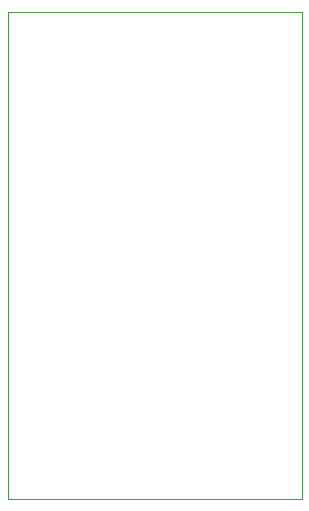
<source format=gm1>
G04 #@! TF.GenerationSoftware,KiCad,Pcbnew,7.0.2*
G04 #@! TF.CreationDate,2023-08-11T05:28:22+05:00*
G04 #@! TF.ProjectId,Adafruit QT Py ESP32-C3,41646166-7275-4697-9420-515420507920,rev?*
G04 #@! TF.SameCoordinates,Original*
G04 #@! TF.FileFunction,Profile,NP*
%FSLAX46Y46*%
G04 Gerber Fmt 4.6, Leading zero omitted, Abs format (unit mm)*
G04 Created by KiCad (PCBNEW 7.0.2) date 2023-08-11 05:28:22*
%MOMM*%
%LPD*%
G01*
G04 APERTURE LIST*
G04 #@! TA.AperFunction,Profile*
%ADD10C,0.050000*%
G04 #@! TD*
G04 APERTURE END LIST*
D10*
X134560000Y-94670000D02*
X159450000Y-94670000D01*
X159450000Y-135840000D01*
X134560000Y-135840000D01*
X134560000Y-94670000D01*
M02*

</source>
